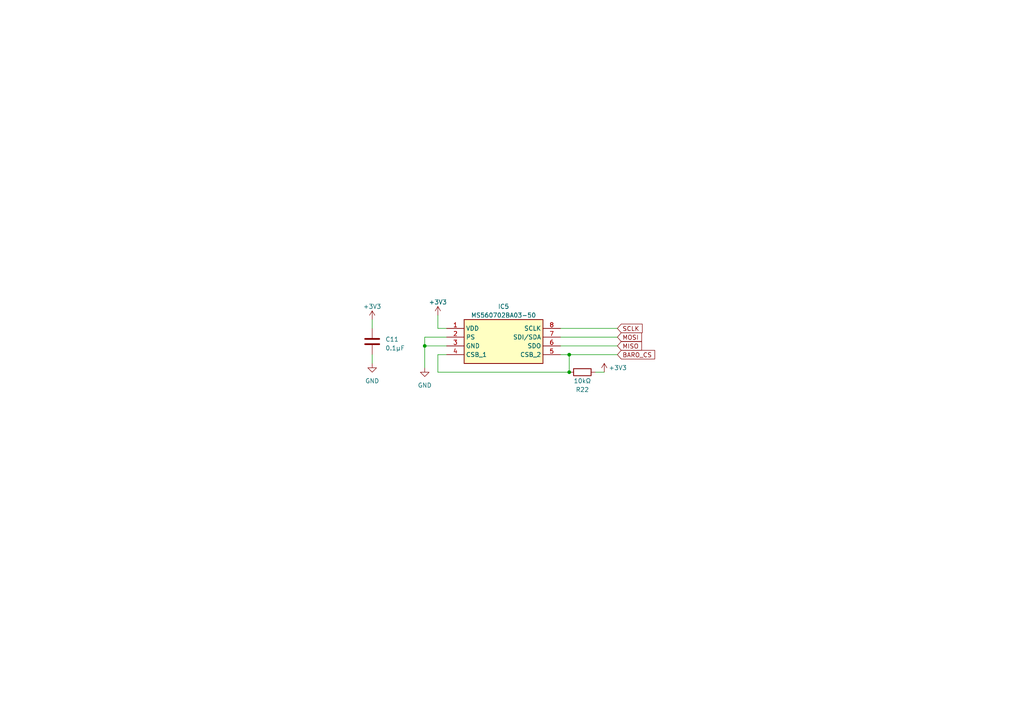
<source format=kicad_sch>
(kicad_sch (version 20250114) (generator "eeschema") (generator_version "9.0")
  (paper "A4")
  (lib_symbols
    (symbol "Device:C" (pin_numbers (hide yes)) (pin_names (offset 0.254))
      (property "Reference" "C" (at 0.635 2.54 0))
      (property "Value" "C" (at 0.635 -2.54 0))
      (symbol "C_0_1"
        (polyline (pts (xy -2.032 0.762) (xy 2.032 0.762)) (stroke (width 0.508)))
        (polyline (pts (xy -2.032 -0.762) (xy 2.032 -0.762)) (stroke (width 0.508)))
      )
      (symbol "C_1_1"
        (pin passive line (at 0 3.81 270) (length 2.794) (name "~") (number "1"))
        (pin passive line (at 0 -3.81 90) (length 2.794) (name "~") (number "2"))
      )
    )
    (symbol "Device:R" (pin_numbers (hide yes)) (pin_names (offset 0))
      (property "Reference" "R" (at 2.032 0 90))
      (property "Value" "R" (at 0 0 90))
      (symbol "R_0_1"
        (rectangle (start -1.016 -2.54) (end 1.016 2.54) (stroke (width 0.254)))
      )
      (symbol "R_1_1"
        (pin passive line (at 0 3.81 270) (length 1.27) (name "~") (number "1"))
        (pin passive line (at 0 -3.81 90) (length 1.27) (name "~") (number "2"))
      )
    )
    (symbol "MS560702BA03-50:MS560702BA03-50"
      (property "Reference" "IC" (at 29.21 7.62 0))
      (property "Value" "MS560702BA03-50" (at 29.21 5.08 0))
      (symbol "MS560702BA03-50_1_1"
        (rectangle (start 5.08 2.54) (end 27.94 -10.16) (stroke (width 0.254)) (fill (type background)))
        (pin power_in line (at 0 0 0) (length 5.08) (name "VDD") (number "1"))
        (pin input line (at 0 -2.54 0) (length 5.08) (name "PS") (number "2"))
        (pin power_in line (at 0 -5.08 0) (length 5.08) (name "GND") (number "3"))
        (pin input line (at 0 -7.62 0) (length 5.08) (name "CSB_1") (number "4"))
        (pin input line (at 33.02 0 180) (length 5.08) (name "SCLK") (number "8"))
        (pin bidirectional line (at 33.02 -2.54 180) (length 5.08) (name "SDI/SDA") (number "7"))
        (pin output line (at 33.02 -5.08 180) (length 5.08) (name "SDO") (number "6"))
        (pin input line (at 33.02 -7.62 180) (length 5.08) (name "CSB_2") (number "5"))
      )
    )
    (symbol "power:+3V3" (power) (pin_names (offset 0))
      (property "Value" "+3V3" (at 0 3.556 0))
      (symbol "+3V3_0_1"
        (polyline (pts (xy -0.762 1.27) (xy 0 2.54)))
        (polyline (pts (xy 0 2.54) (xy 0.762 1.27)))
        (polyline (pts (xy 0 0) (xy 0 2.54)))
      )
      (symbol "+3V3_1_1"
        (pin power_in line (at 0 0 90) (length 0) (hide yes) (name "+3V3") (number "1"))
      )
    )
    (symbol "power:GND" (power) (pin_names (offset 0))
      (property "Value" "GND" (at 0 -3.81 0))
      (symbol "GND_0_1"
        (polyline (pts (xy 0 0) (xy 0 -1.27) (xy 1.27 -1.27) (xy 0 -2.54) (xy -1.27 -1.27) (xy 0 -1.27)))
      )
      (symbol "GND_1_1"
        (pin power_in line (at 0 0 270) (length 0) (hide yes) (name "GND") (number "1"))
      )
    )
  )
  (junction (at 123.19 100.33))
  (junction (at 165.1 107.95))
  (junction (at 165.1 102.87))
  (wire (pts (xy 129.54 97.79) (xy 123.19 97.79)))
  (wire (pts (xy 127 91.44) (xy 127 95.25)))
  (wire (pts (xy 107.95 92.71) (xy 107.95 95.25)))
  (wire (pts (xy 162.56 97.79) (xy 179.07 97.79)))
  (wire (pts (xy 162.56 100.33) (xy 179.07 100.33)))
  (wire (pts (xy 127 107.95) (xy 127 102.87)))
  (wire (pts (xy 123.19 100.33) (xy 123.19 106.68)))
  (wire (pts (xy 165.1 107.95) (xy 127 107.95)))
  (wire (pts (xy 172.72 107.95) (xy 175.26 107.95)))
  (wire (pts (xy 165.1 102.87) (xy 179.07 102.87)))
  (wire (pts (xy 165.1 102.87) (xy 162.56 102.87)))
  (wire (pts (xy 123.19 97.79) (xy 123.19 100.33)))
  (wire (pts (xy 129.54 95.25) (xy 127 95.25)))
  (wire (pts (xy 162.56 95.25) (xy 179.07 95.25)))
  (wire (pts (xy 127 102.87) (xy 129.54 102.87)))
  (wire (pts (xy 165.1 102.87) (xy 165.1 107.95)))
  (wire (pts (xy 123.19 100.33) (xy 129.54 100.33)))
  (wire (pts (xy 107.95 102.87) (xy 107.95 105.41)))
  (global_label "MISO" (shape input) (at 179.07 100.33 0) (property "Intersheetrefs" "${INTERSHEET_REFS}" (effects (hide yes))))
  (global_label "MOSI" (shape input) (at 179.07 97.79 0) (property "Intersheetrefs" "${INTERSHEET_REFS}" (effects (hide yes))))
  (global_label "SCLK" (shape input) (at 179.07 95.25 0) (property "Intersheetrefs" "${INTERSHEET_REFS}" (effects (hide yes))))
  (global_label "BARO_CS" (shape input) (at 179.07 102.87 0) (property "Intersheetrefs" "${INTERSHEET_REFS}" (effects (hide yes))))
  (symbol (lib_id "power:+3V3") (at 127 91.44 0) (unit 1)
    (property "Reference" "#PWR043" (effects (hide yes)))
    (property "Value" "+3V3" (at 127 87.63 0))
  )
  (symbol (lib_id "power:+3V3") (at 175.26 107.95 0) (unit 1)
    (property "Reference" "#PWR0126" (effects (hide yes)))
    (property "Value" "+3V3" (at 176.53 106.68 0) (effects (justify left)))
  )
  (symbol (lib_id "power:GND") (at 123.19 106.68 0) (unit 1)
    (property "Reference" "#PWR042" (effects (hide yes)))
    (property "Value" "GND" (at 123.19 111.76 0))
  )
  (symbol (lib_id "MS560702BA03-50:MS560702BA03-50") (at 129.54 95.25 0) (unit 1)
    (property "Reference" "IC5" (at 146.05 88.9 0))
    (property "Value" "MS560702BA03-50" (at 146.05 91.44 0))
    (property "Footprint" "MS5607-02BA03" (effects (hide yes)))
    (property "Datasheet" "https://www.te.com/commerce/DocumentDelivery/DDEController?Action=srchrtrv&DocNm=MS5607-02BA03&DocType=Data%20Sheet&DocLang=English&PartCntxt=MS560702BA03-50&DocFormat=pdf" (effects (hide yes)))
    (property "Manufacturer_Name" "TE Connectivity" (effects (hide yes)))
    (property "Manufacturer_Part_Number" "MS560702BA03-50" (effects (hide yes)))
    (property "Mouser Part Number" "824-MS560702BA03-50" (effects (hide yes)))
    (property "Mouser Price/Stock" "https://www.mouser.co.uk/ProductDetail/Measurement-Specialties/MS560702BA03-50?qs=urSpXqmdEVImCZG1H%252BT8ng%3D%3D" (effects (hide yes)))
    (property "Arrow Part Number" "MS560702BA03-50" (effects (hide yes)))
    (property "Arrow Price/Stock" "https://www.arrow.com/en/products/ms560702ba03-50/te-connectivity?utm_currency=USD&region=europe" (effects (hide yes)))
  )
  (symbol (lib_id "Device:C") (at 107.95 99.06 0) (unit 1)
    (property "Reference" "C11" (at 111.76 98.425 0) (effects (justify left)))
    (property "Value" "0.1µF" (at 111.76 100.965 0) (effects (justify left)))
    (property "Footprint" "Capacitor_SMD:C_0402_1005Metric" (effects (hide yes)))
  )
  (symbol (lib_id "power:+3V3") (at 107.95 92.71 0) (unit 1)
    (property "Reference" "#PWR027" (effects (hide yes)))
    (property "Value" "+3V3" (at 107.95 88.9 0))
  )
  (symbol (lib_id "Device:R") (at 168.91 107.95 270) (mirror x) (unit 1)
    (property "Reference" "R22" (at 168.91 113.03 90))
    (property "Value" "10kΩ" (at 168.91 110.49 90))
    (property "Footprint" "Resistor_SMD:R_0402_1005Metric" (effects (hide yes)))
  )
  (symbol (lib_id "power:GND") (at 107.95 105.41 0) (unit 1)
    (property "Reference" "#PWR028" (effects (hide yes)))
    (property "Value" "GND" (at 107.95 110.49 0))
  )
)
</source>
